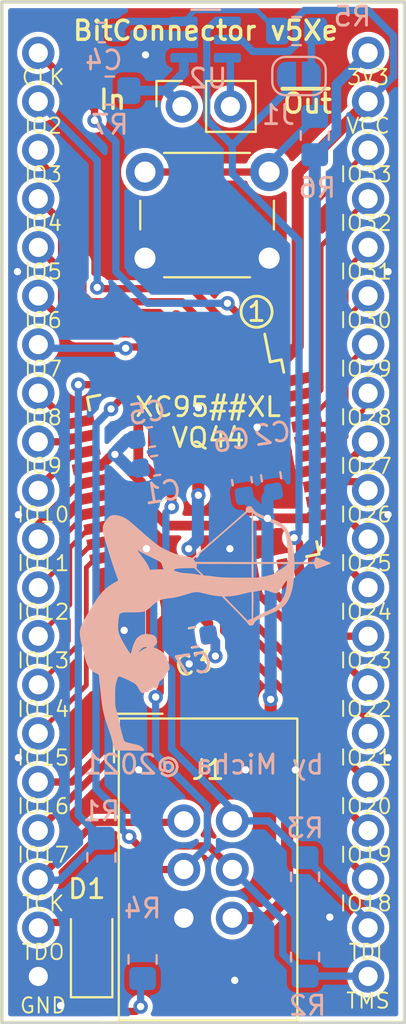
<source format=kicad_pcb>
(kicad_pcb (version 20171130) (host pcbnew 5.1.9)
  (title_block (title "XC95xx VQFP44 to DIP 40") (date 2021-02-04) (rev v04X) (comment 2 creativecommons.org/licenses/by-sa/4.0/) (comment 3 "License: CC BY-SA 5.0") (comment 4 "Author: Michael Krause"))
  (layers (0 F.Cu signal hide) (31 B.Cu signal hide) (34 B.Paste user) (35 F.Paste user) (36 B.SilkS user) (37 F.SilkS user) (38 B.Mask user) (39 F.Mask user) (44 Edge.Cuts user))
  (net 0 "")
  (net 1 +3V3)
  (net 2 GND)
  (net 3 /GP_IO_2)
  (net 4 /GP_IO_3)
  (net 5 /GP_IO_4)
  (net 6 /GP_IO_6)
  (net 7 /GP_IO_7)
  (net 8 /GP_IO_8)
  (net 9 /GP_IO_11)
  (net 10 /GP_IO_12)
  (net 11 /GP_IO_13)
  (net 12 /GP_IO_14)
  (net 13 /GP_IO_15)
  (net 14 /GP_IO_16)
  (net 15 /GP_IO_17)
  (net 16 /GP_IO_33)
  (net 17 /GP_IO_32)
  (net 18 /GP_IO_31)
  (net 19 /GP_IO_30)
  (net 20 /GP_IO_29)
  (net 21 /GP_IO_28)
  (net 22 /GP_IO_27)
  (net 23 /GP_IO_26)
  (net 24 /GP_IO_25)
  (net 25 /GP_IO_24)
  (net 26 /GP_IO_23)
  (net 27 /GP_IO_22)
  (net 28 /GP_IO_21)
  (net 29 /GP_IO_20)
  (net 30 /GP_IO_19)
  (net 31 /JTAG_TCK)
  (net 32 /JTAG_TDI)
  (net 33 /JTAG_TDO)
  (net 34 /JTAG_TMS)
  (net 35 VCC)
  (net 36 /GP_IO_5)
  (net 37 /GP_IO_9)
  (net 38 /GP_IO_18)
  (net 39 /CLK_GP_IO_1)
  (net 40 /GP_IO_10)
  (net 41 "Net-(D1-Pad1)")
  (net 42 "Net-(C4-Pad1)")
  (net 43 "Net-(J2-Pad1)")
  (net 44 "Net-(J2-Pad2)")
  (net 45 "Net-(JP1-Pad1)")
  (net 46 "Net-(JP1-Pad2)")
  (module logo:logo3 (layer B.Cu) (at 169.926 104.4956 180)
    (fp_text reference G*** hide)
    (fp_text value LOGO hide)
  )
  (module Package_QFP:LQFP-44_10x10mm_P0.8mm (layer F.Cu) (at 169.799 96.52 281)
    (fp_text reference U1 hide)
    (fp_text value XC95##XL-VQ44 hide)
    (pad 44 smd rect (at -4 -5.85 11) (size 1.6 0.56) (layers F.Cu F.Paste F.Mask) (net 16 /GP_IO_33))
    (pad 43 smd rect (at -3.2 -5.85 11) (size 1.6 0.56) (layers F.Cu F.Paste F.Mask) (net 17 /GP_IO_32))
    (pad 42 smd rect (at -2.4 -5.85 11) (size 1.6 0.56) (layers F.Cu F.Paste F.Mask) (net 18 /GP_IO_31))
    (pad 41 smd rect (at -1.6 -5.85 11) (size 1.6 0.56) (layers F.Cu F.Paste F.Mask) (net 19 /GP_IO_30))
    (pad 40 smd rect (at -0.8 -5.85 11) (size 1.6 0.56) (layers F.Cu F.Paste F.Mask) (net 20 /GP_IO_29))
    (pad 39 smd rect (at 0 -5.85 11) (size 1.6 0.56) (layers F.Cu F.Paste F.Mask) (net 21 /GP_IO_28))
    (pad 38 smd rect (at 0.8 -5.85 11) (size 1.6 0.56) (layers F.Cu F.Paste F.Mask) (net 22 /GP_IO_27))
    (pad 37 smd rect (at 1.6 -5.85 11) (size 1.6 0.56) (layers F.Cu F.Paste F.Mask) (net 23 /GP_IO_26))
    (pad 36 smd rect (at 2.4 -5.85 11) (size 1.6 0.56) (layers F.Cu F.Paste F.Mask) (net 24 /GP_IO_25))
    (pad 35 smd rect (at 3.2 -5.85 11) (size 1.6 0.56) (layers F.Cu F.Paste F.Mask) (net 1 +3V3))
    (pad 34 smd rect (at 4 -5.85 11) (size 1.6 0.56) (layers F.Cu F.Paste F.Mask) (net 25 /GP_IO_24))
    (pad 33 smd rect (at 5.85 -4 281) (size 1.6 0.56) (layers F.Cu F.Paste F.Mask) (net 45 "Net-(JP1-Pad1)"))
    (pad 32 smd rect (at 5.85 -3.2 281) (size 1.6 0.56) (layers F.Cu F.Paste F.Mask) (net 26 /GP_IO_23))
    (pad 31 smd rect (at 5.85 -2.4 281) (size 1.6 0.56) (layers F.Cu F.Paste F.Mask) (net 27 /GP_IO_22))
    (pad 30 smd rect (at 5.85 -1.6 281) (size 1.6 0.56) (layers F.Cu F.Paste F.Mask) (net 28 /GP_IO_21))
    (pad 29 smd rect (at 5.85 -0.8 281) (size 1.6 0.56) (layers F.Cu F.Paste F.Mask) (net 29 /GP_IO_20))
    (pad 28 smd rect (at 5.85 0 281) (size 1.6 0.56) (layers F.Cu F.Paste F.Mask) (net 30 /GP_IO_19))
    (pad 27 smd rect (at 5.85 0.8 281) (size 1.6 0.56) (layers F.Cu F.Paste F.Mask) (net 38 /GP_IO_18))
    (pad 26 smd rect (at 5.85 1.6 281) (size 1.6 0.56) (layers F.Cu F.Paste F.Mask) (net 35 VCC))
    (pad 25 smd rect (at 5.85 2.4 281) (size 1.6 0.56) (layers F.Cu F.Paste F.Mask) (net 2 GND))
    (pad 24 smd rect (at 5.85 3.2 281) (size 1.6 0.56) (layers F.Cu F.Paste F.Mask) (net 33 /JTAG_TDO))
    (pad 23 smd rect (at 5.85 4 281) (size 1.6 0.56) (layers F.Cu F.Paste F.Mask) (net 15 /GP_IO_17))
    (pad 22 smd rect (at 4 5.85 11) (size 1.6 0.56) (layers F.Cu F.Paste F.Mask) (net 14 /GP_IO_16))
    (pad 21 smd rect (at 3.2 5.85 11) (size 1.6 0.56) (layers F.Cu F.Paste F.Mask) (net 13 /GP_IO_15))
    (pad 20 smd rect (at 2.4 5.85 11) (size 1.6 0.56) (layers F.Cu F.Paste F.Mask) (net 12 /GP_IO_14))
    (pad 19 smd rect (at 1.6 5.85 11) (size 1.6 0.56) (layers F.Cu F.Paste F.Mask) (net 11 /GP_IO_13))
    (pad 18 smd rect (at 0.8 5.85 11) (size 1.6 0.56) (layers F.Cu F.Paste F.Mask) (net 10 /GP_IO_12))
    (pad 17 smd rect (at 0 5.85 11) (size 1.6 0.56) (layers F.Cu F.Paste F.Mask) (net 2 GND))
    (pad 16 smd rect (at -0.8 5.85 11) (size 1.6 0.56) (layers F.Cu F.Paste F.Mask) (net 9 /GP_IO_11))
    (pad 15 smd rect (at -1.6 5.85 11) (size 1.6 0.56) (layers F.Cu F.Paste F.Mask) (net 1 +3V3))
    (pad 14 smd rect (at -2.4 5.85 11) (size 1.6 0.56) (layers F.Cu F.Paste F.Mask) (net 40 /GP_IO_10))
    (pad 13 smd rect (at -3.2 5.85 11) (size 1.6 0.56) (layers F.Cu F.Paste F.Mask) (net 37 /GP_IO_9))
    (pad 12 smd rect (at -4 5.85 11) (size 1.6 0.56) (layers F.Cu F.Paste F.Mask) (net 8 /GP_IO_8))
    (pad 11 smd rect (at -5.85 4 281) (size 1.6 0.56) (layers F.Cu F.Paste F.Mask) (net 31 /JTAG_TCK))
    (pad 10 smd rect (at -5.85 3.2 281) (size 1.6 0.56) (layers F.Cu F.Paste F.Mask) (net 34 /JTAG_TMS))
    (pad 9 smd rect (at -5.85 2.4 281) (size 1.6 0.56) (layers F.Cu F.Paste F.Mask) (net 32 /JTAG_TDI))
    (pad 8 smd rect (at -5.85 1.6 281) (size 1.6 0.56) (layers F.Cu F.Paste F.Mask) (net 7 /GP_IO_7))
    (pad 7 smd rect (at -5.85 0.8 281) (size 1.6 0.56) (layers F.Cu F.Paste F.Mask) (net 6 /GP_IO_6))
    (pad 6 smd rect (at -5.85 0 281) (size 1.6 0.56) (layers F.Cu F.Paste F.Mask) (net 36 /GP_IO_5))
    (pad 5 smd rect (at -5.85 -0.8 281) (size 1.6 0.56) (layers F.Cu F.Paste F.Mask) (net 5 /GP_IO_4))
    (pad 4 smd rect (at -5.85 -1.6 281) (size 1.6 0.56) (layers F.Cu F.Paste F.Mask) (net 2 GND))
    (pad 3 smd rect (at -5.85 -2.4 281) (size 1.6 0.56) (layers F.Cu F.Paste F.Mask) (net 4 /GP_IO_3))
    (pad 2 smd rect (at -5.85 -3.2 281) (size 1.6 0.56) (layers F.Cu F.Paste F.Mask) (net 3 /GP_IO_2))
    (pad 1 smd rect (at -5.85 -4 281) (size 1.6 0.56) (layers F.Cu F.Paste F.Mask) (net 39 /CLK_GP_IO_1))
  )
  (module Package_SO:SC-74-6_1.5x2.9mm_P0.95mm (layer B.Cu) (at 169.926 73.7235)
    (fp_text reference U2 (at 0.127 2.032) (layer B.SilkS) (effects (justify mirror)))
    (fp_text value 74LVC2G14)
    (pad 1 smd roundrect (at -1.1375 0.95) (size 1.425 0.5) (layers B.Cu B.Paste B.Mask) (net 43 "Net-(J2-Pad1)"))
    (pad 2 smd roundrect (at -1.1375 0) (size 1.425 0.5) (layers B.Cu B.Paste B.Mask) (net 2 GND))
    (pad 3 smd roundrect (at -1.1375 -0.95) (size 1.425 0.5) (layers B.Cu B.Paste B.Mask) (net 42 "Net-(C4-Pad1)"))
    (pad 4 smd roundrect (at 1.1375 -0.95) (size 1.425 0.5) (layers B.Cu B.Paste B.Mask) (net 45 "Net-(JP1-Pad1)"))
    (pad 5 smd roundrect (at 1.1375 0) (size 1.425 0.5) (layers B.Cu B.Paste B.Mask) (net 35 VCC))
    (pad 6 smd roundrect (at 1.1375 0.95) (size 1.425 0.5) (layers B.Cu B.Paste B.Mask) (net 44 "Net-(J2-Pad2)"))
  )
  (module Button_Switch_THT:SW_PUSH_6mm (layer F.Cu) (at 166.751 80.645)
    (fp_text reference SW1 hide)
    (fp_text value reset)
    (pad 2 thru_hole roundrect (at 0 4.5 90) (size 2 2) (drill 1.1) (layers *.Cu *.Mask) (net 2 GND))
    (pad 1 thru_hole circle (at 0 0 90) (size 2 2) (drill 1.1) (layers *.Cu *.Mask) (net 46 "Net-(JP1-Pad2)"))
    (pad 2 thru_hole roundrect (at 6.5 4.5 90) (size 2 2) (drill 1.1) (layers *.Cu *.Mask) (net 2 GND))
    (pad 1 thru_hole circle (at 6.5 0 90) (size 2 2) (drill 1.1) (layers *.Cu *.Mask) (net 46 "Net-(JP1-Pad2)"))
  )
  (module Capacitor_SMD:C_0603_1608Metric (layer B.Cu) (at 171.831 96.7994 99)
    (fp_text reference C6 (at 2.194747 -0.218152 9) (layer B.SilkS) (effects (justify mirror)))
    (fp_text value 10nF)
    (pad 1 smd roundrect (at -0.775 0 99) (size 0.9 0.95) (layers B.Cu B.Paste B.Mask) (net 1 +3V3))
    (pad 2 smd roundrect (at 0.775 0 99) (size 0.9 0.95) (layers B.Cu B.Paste B.Mask) (net 2 GND))
  )
  (module Connector_PinHeader_2.54mm:PinHeader_1x20_P2.54mm_Vertical (layer B.Cu) (at 178.435 74.422 180)
    (fp_text reference DIP_20_r1 hide)
    (fp_text value Conn_01x20)
    (pad 20 thru_hole oval (at 0 -48.26 180) (size 1.7 1.7) (drill 1) (layers *.Cu *.Mask) (net 34 /JTAG_TMS))
    (pad 19 thru_hole oval (at 0 -45.72 180) (size 1.7 1.7) (drill 1) (layers *.Cu *.Mask) (net 32 /JTAG_TDI))
    (pad 18 thru_hole oval (at 0 -43.18 180) (size 1.7 1.7) (drill 1) (layers *.Cu *.Mask) (net 38 /GP_IO_18))
    (pad 17 thru_hole oval (at 0 -40.64 180) (size 1.7 1.7) (drill 1) (layers *.Cu *.Mask) (net 30 /GP_IO_19))
    (pad 16 thru_hole oval (at 0 -38.1 180) (size 1.7 1.7) (drill 1) (layers *.Cu *.Mask) (net 29 /GP_IO_20))
    (pad 15 thru_hole oval (at 0 -35.56 180) (size 1.7 1.7) (drill 1) (layers *.Cu *.Mask) (net 28 /GP_IO_21))
    (pad 14 thru_hole oval (at 0 -33.02 180) (size 1.7 1.7) (drill 1) (layers *.Cu *.Mask) (net 27 /GP_IO_22))
    (pad 13 thru_hole oval (at 0 -30.48 180) (size 1.7 1.7) (drill 1) (layers *.Cu *.Mask) (net 26 /GP_IO_23))
    (pad 12 thru_hole oval (at 0 -27.94 180) (size 1.7 1.7) (drill 1) (layers *.Cu *.Mask) (net 25 /GP_IO_24))
    (pad 11 thru_hole oval (at 0 -25.4 180) (size 1.7 1.7) (drill 1) (layers *.Cu *.Mask) (net 24 /GP_IO_25))
    (pad 10 thru_hole oval (at 0 -22.86 180) (size 1.7 1.7) (drill 1) (layers *.Cu *.Mask) (net 23 /GP_IO_26))
    (pad 9 thru_hole oval (at 0 -20.32 180) (size 1.7 1.7) (drill 1) (layers *.Cu *.Mask) (net 22 /GP_IO_27))
    (pad 8 thru_hole oval (at 0 -17.78 180) (size 1.7 1.7) (drill 1) (layers *.Cu *.Mask) (net 21 /GP_IO_28))
    (pad 7 thru_hole oval (at 0 -15.24 180) (size 1.7 1.7) (drill 1) (layers *.Cu *.Mask) (net 20 /GP_IO_29))
    (pad 6 thru_hole oval (at 0 -12.7 180) (size 1.7 1.7) (drill 1) (layers *.Cu *.Mask) (net 19 /GP_IO_30))
    (pad 5 thru_hole oval (at 0 -10.16 180) (size 1.7 1.7) (drill 1) (layers *.Cu *.Mask) (net 18 /GP_IO_31))
    (pad 4 thru_hole oval (at 0 -7.62 180) (size 1.7 1.7) (drill 1) (layers *.Cu *.Mask) (net 17 /GP_IO_32))
    (pad 3 thru_hole oval (at 0 -5.08 180) (size 1.7 1.7) (drill 1) (layers *.Cu *.Mask) (net 16 /GP_IO_33))
    (pad 2 thru_hole oval (at 0 -2.54 180) (size 1.7 1.7) (drill 1) (layers *.Cu *.Mask) (net 35 VCC))
    (pad 1 thru_hole circle (at 0 0 180) (size 1.7 1.7) (drill 1) (layers *.Cu *.Mask) (net 1 +3V3))
  )
  (module Connector_PinHeader_2.54mm:PinHeader_1x20_P2.54mm_Vertical (layer B.Cu) (at 161.163 74.422 180)
    (fp_text reference DIP_20_l1 hide)
    (fp_text value Conn_01x20)
    (pad 1 thru_hole circle (at 0 0 180) (size 1.7 1.7) (drill 1) (layers *.Cu *.Mask) (net 39 /CLK_GP_IO_1))
    (pad 2 thru_hole oval (at 0 -2.54 180) (size 1.7 1.7) (drill 1) (layers *.Cu *.Mask) (net 3 /GP_IO_2))
    (pad 3 thru_hole oval (at 0 -5.08 180) (size 1.7 1.7) (drill 1) (layers *.Cu *.Mask) (net 4 /GP_IO_3))
    (pad 4 thru_hole oval (at 0 -7.62 180) (size 1.7 1.7) (drill 1) (layers *.Cu *.Mask) (net 5 /GP_IO_4))
    (pad 5 thru_hole oval (at 0 -10.16 180) (size 1.7 1.7) (drill 1) (layers *.Cu *.Mask) (net 36 /GP_IO_5))
    (pad 6 thru_hole oval (at 0 -12.7 180) (size 1.7 1.7) (drill 1) (layers *.Cu *.Mask) (net 6 /GP_IO_6))
    (pad 7 thru_hole oval (at 0 -15.24 180) (size 1.7 1.7) (drill 1) (layers *.Cu *.Mask) (net 7 /GP_IO_7))
    (pad 8 thru_hole oval (at 0 -17.78 180) (size 1.7 1.7) (drill 1) (layers *.Cu *.Mask) (net 8 /GP_IO_8))
    (pad 9 thru_hole oval (at 0 -20.32 180) (size 1.7 1.7) (drill 1) (layers *.Cu *.Mask) (net 37 /GP_IO_9))
    (pad 10 thru_hole oval (at 0 -22.86 180) (size 1.7 1.7) (drill 1) (layers *.Cu *.Mask) (net 40 /GP_IO_10))
    (pad 11 thru_hole oval (at 0 -25.4 180) (size 1.7 1.7) (drill 1) (layers *.Cu *.Mask) (net 9 /GP_IO_11))
    (pad 12 thru_hole oval (at 0 -27.94 180) (size 1.7 1.7) (drill 1) (layers *.Cu *.Mask) (net 10 /GP_IO_12))
    (pad 13 thru_hole oval (at 0 -30.48 180) (size 1.7 1.7) (drill 1) (layers *.Cu *.Mask) (net 11 /GP_IO_13))
    (pad 14 thru_hole oval (at 0 -33.02 180) (size 1.7 1.7) (drill 1) (layers *.Cu *.Mask) (net 12 /GP_IO_14))
    (pad 15 thru_hole oval (at 0 -35.56 180) (size 1.7 1.7) (drill 1) (layers *.Cu *.Mask) (net 13 /GP_IO_15))
    (pad 16 thru_hole oval (at 0 -38.1 180) (size 1.7 1.7) (drill 1) (layers *.Cu *.Mask) (net 14 /GP_IO_16))
    (pad 17 thru_hole oval (at 0 -40.64 180) (size 1.7 1.7) (drill 1) (layers *.Cu *.Mask) (net 15 /GP_IO_17))
    (pad 18 thru_hole oval (at 0 -43.18 180) (size 1.7 1.7) (drill 1) (layers *.Cu *.Mask) (net 31 /JTAG_TCK))
    (pad 19 thru_hole oval (at 0 -45.72 180) (size 1.7 1.7) (drill 1) (layers *.Cu *.Mask) (net 33 /JTAG_TDO))
    (pad 20 thru_hole roundrect (at 0 -48.26 180) (size 1.7 1.7) (drill 1) (layers *.Cu *.Mask) (net 2 GND))
  )
  (module Capacitor_SMD:C_0603_1608Metric (layer B.Cu) (at 167.3098 95.9866 9)
    (fp_text reference C1 (at 0.136656 1.410341 -171) (layer B.SilkS) (effects (justify mirror)))
    (fp_text value 100nF)
    (pad 1 smd roundrect (at -0.7875 0 9) (size 0.875 0.95) (layers B.Cu B.Paste B.Mask) (net 1 +3V3))
    (pad 2 smd roundrect (at 0.7875 0 9) (size 0.875 0.95) (layers B.Cu B.Paste B.Mask) (net 2 GND))
  )
  (module Capacitor_SMD:C_0603_1608Metric (layer B.Cu) (at 173.355 96.5708 279)
    (fp_text reference C2 (at -2.224821 -0.40381 189) (layer B.SilkS) (effects (justify mirror)))
    (fp_text value 100nF)
    (pad 2 smd roundrect (at 0.7875 0 279) (size 0.875 0.95) (layers B.Cu B.Paste B.Mask) (net 1 +3V3))
    (pad 1 smd roundrect (at -0.7875 0 279) (size 0.875 0.95) (layers B.Cu B.Paste B.Mask) (net 2 GND))
  )
  (module Capacitor_SMD:C_0603_1608Metric (layer F.Cu) (at 169.291 104.9655 9)
    (fp_text reference C3 (at -0.220526 1.392344 9) (layer F.SilkS))
    (fp_text value 100nF)
    (pad 1 smd roundrect (at -0.7875 0 9) (size 0.875 0.95) (layers F.Cu F.Paste F.Mask) (net 2 GND))
    (pad 2 smd roundrect (at 0.7875 0 9) (size 0.875 0.95) (layers F.Cu F.Paste F.Mask) (net 35 VCC))
  )
  (module LED_SMD:LED_1206_3216Metric_Castellated (layer F.Cu) (at 163.957 121.285 90)
    (fp_text reference D1 (at 3.175 -0.254 180) (layer F.SilkS))
    (fp_text value LED_blue)
    (pad 1 smd roundrect (at -1.425 0 90) (size 1.6 1.65) (layers F.Cu F.Paste F.Mask) (roundrect_rratio 0.15625) (net 41 "Net-(D1-Pad1)"))
    (pad 2 smd roundrect (at 1.425 0 90) (size 1.6 1.65) (layers F.Cu F.Paste F.Mask) (roundrect_rratio 0.15625) (net 33 /JTAG_TDO))
  )
  (module Connector_IDC:IDC-Header_2x03_P2.54mm_Vertical (layer F.Cu) (at 168.783 114.554)
    (fp_text reference J1 (at 1.27 -2.667) (layer F.SilkS))
    (fp_text value JTAG)
    (pad 1 thru_hole circle (at 0 0) (size 1.7272 1.7272) (drill 1.016) (layers *.Cu *.Mask) (net 31 /JTAG_TCK))
    (pad 2 thru_hole oval (at 2.54 0) (size 1.7272 1.7272) (drill 1.016) (layers *.Cu *.Mask) (net 32 /JTAG_TDI))
    (pad 3 thru_hole oval (at 0 2.54) (size 1.7272 1.7272) (drill 1.016) (layers *.Cu *.Mask) (net 33 /JTAG_TDO))
    (pad 4 thru_hole oval (at 2.54 2.54) (size 1.7272 1.7272) (drill 1.016) (layers *.Cu *.Mask) (net 34 /JTAG_TMS))
    (pad 5 thru_hole roundrect (at 0 5.08) (size 1.7272 1.7272) (drill 1.016) (layers *.Cu *.Mask) (net 2 GND))
    (pad 6 thru_hole oval (at 2.54 5.08) (size 1.7272 1.7272) (drill 1.016) (layers *.Cu *.Mask) (net 1 +3V3))
  )
  (module Capacitor_SMD:C_0603_1608Metric (layer B.Cu) (at 164.4904 73.3552 180)
    (fp_text reference C4 (at -0.1016 -1.4478) (layer B.SilkS) (effects (justify mirror)))
    (fp_text value 100nF)
    (pad 1 smd roundrect (at -0.7875 0 180) (size 0.875 0.95) (layers B.Cu B.Paste B.Mask) (net 42 "Net-(C4-Pad1)"))
    (pad 2 smd roundrect (at 0.7875 0 180) (size 0.875 0.95) (layers B.Cu B.Paste B.Mask) (net 2 GND))
  )
  (module Connector_PinSocket_2.54mm:PinSocket_1x02_P2.54mm_Vertical (layer F.Cu) (at 168.6814 77.216 90)
    (fp_text reference J2 hide)
    (fp_text value Conn_01x02)
    (pad 1 thru_hole circle (at 0 0 90) (size 1.7 1.7) (drill 1) (layers *.Cu *.Mask) (net 43 "Net-(J2-Pad1)"))
    (pad 2 thru_hole oval (at 0 2.54 90) (size 1.7 1.7) (drill 1) (layers *.Cu *.Mask) (net 44 "Net-(J2-Pad2)"))
  )
  (module Jumper:SolderJumper-2_P1.3mm_Open_RoundedPad1.0x1.5mm (layer B.Cu) (at 174.8155 75.6285)
    (fp_text reference J1 (at -1.0795 2.032 180) (layer B.SilkS) (effects (justify mirror)))
    (fp_text value disable_schmitt_trigger_action hide)
    (pad 1 smd custom (at -0.65 0) (size 1 0.5) (layers B.Cu B.Mask) (net 45 "Net-(JP1-Pad1)") (options (clearance outline) (anchor rect)) (primitives (gr_circle (center 0 -0.25) (end 0.5 -0.25) (width 0)) (gr_circle (center 0 0.25) (end 0.5 0.25) (width 0)) (gr_poly (pts (xy 0 0.75) (xy 0.5 0.75) (xy 0.5 -0.75) (xy 0 -0.75)) (width 0))))
    (pad 2 smd custom (at 0.65 0) (size 1 0.5) (layers B.Cu B.Mask) (net 46 "Net-(JP1-Pad2)") (options (clearance outline) (anchor rect)) (primitives (gr_circle (center 0 -0.25) (end 0.5 -0.25) (width 0)) (gr_circle (center 0 0.25) (end 0.5 0.25) (width 0)) (gr_poly (pts (xy 0 0.75) (xy -0.5 0.75) (xy -0.5 -0.75) (xy 0 -0.75)) (width 0))))
  )
  (module Resistor_SMD:R_0805_2012Metric_Pad1.20x1.40mm_HandSolder (layer B.Cu) (at 164.465 116.459 270)
    (fp_text reference R1 (at -2.413 0 180) (layer B.SilkS) (effects (justify mirror)))
    (fp_text value 10K)
    (pad 1 smd roundrect (at -1 0 270) (size 1.2 1.4) (layers B.Cu B.Paste B.Mask) (roundrect_rratio 0.2083325) (net 31 /JTAG_TCK))
    (pad 2 smd roundrect (at 1 0 270) (size 1.2 1.4) (layers B.Cu B.Paste B.Mask) (roundrect_rratio 0.2083325) (net 2 GND))
  )
  (module Resistor_SMD:R_0805_2012Metric_Pad1.20x1.40mm_HandSolder (layer B.Cu) (at 175.133 121.666 270)
    (fp_text reference R2 (at 2.54 -0.127 180) (layer B.SilkS) (effects (justify mirror)))
    (fp_text value 10K)
    (pad 2 smd roundrect (at 1 0 270) (size 1.2 1.4) (layers B.Cu B.Paste B.Mask) (roundrect_rratio 0.2083325) (net 34 /JTAG_TMS))
    (pad 1 smd roundrect (at -1 0 270) (size 1.2 1.4) (layers B.Cu B.Paste B.Mask) (roundrect_rratio 0.2083325) (net 2 GND))
  )
  (module Resistor_SMD:R_0805_2012Metric_Pad1.20x1.40mm_HandSolder (layer B.Cu) (at 175.133 117.475 90)
    (fp_text reference R3 (at 2.54 0 180) (layer B.SilkS) (effects (justify mirror)))
    (fp_text value 10K)
    (pad 2 smd roundrect (at 1 0 90) (size 1.2 1.4) (layers B.Cu B.Paste B.Mask) (roundrect_rratio 0.2083325) (net 32 /JTAG_TDI))
    (pad 1 smd roundrect (at -1 0 90) (size 1.2 1.4) (layers B.Cu B.Paste B.Mask) (roundrect_rratio 0.2083325) (net 2 GND))
  )
  (module Resistor_SMD:R_0805_2012Metric_Pad1.20x1.40mm_HandSolder (layer B.Cu) (at 166.624 121.793 270)
    (fp_text reference R4 (at -2.667 0 180) (layer B.SilkS) (effects (justify mirror)))
    (fp_text value 120)
    (pad 1 smd roundrect (at -1 0 270) (size 1.2 1.4) (layers B.Cu B.Paste B.Mask) (roundrect_rratio 0.2083325) (net 2 GND))
    (pad 2 smd roundrect (at 1 0 270) (size 1.2 1.4) (layers B.Cu B.Paste B.Mask) (roundrect_rratio 0.2083325) (net 41 "Net-(D1-Pad1)"))
  )
  (module Resistor_SMD:R_0805_2012Metric_Pad1.20x1.40mm_HandSolder (layer B.Cu) (at 174.6885 73.279 180)
    (fp_text reference R5 (at -2.921 0.762) (layer B.SilkS) (effects (justify mirror)))
    (fp_text value 100K)
    (pad 1 smd roundrect (at -1 0 180) (size 1.2 1.4) (layers B.Cu B.Paste B.Mask) (roundrect_rratio 0.2083325) (net 46 "Net-(JP1-Pad2)"))
    (pad 2 smd roundrect (at 1 0 180) (size 1.2 1.4) (layers B.Cu B.Paste B.Mask) (roundrect_rratio 0.2083325) (net 42 "Net-(C4-Pad1)"))
  )
  (module Resistor_SMD:R_0805_2012Metric_Pad1.20x1.40mm_HandSolder (layer B.Cu) (at 175.641 78.74 90)
    (fp_text reference R6 (at -2.7305 0.127 180) (layer B.SilkS) (effects (justify mirror)))
    (fp_text value 10K)
    (pad 2 smd roundrect (at 1 0 90) (size 1.2 1.4) (layers B.Cu B.Paste B.Mask) (roundrect_rratio 0.2083325) (net 46 "Net-(JP1-Pad2)"))
    (pad 1 smd roundrect (at -1 0 90) (size 1.2 1.4) (layers B.Cu B.Paste B.Mask) (roundrect_rratio 0.2083325) (net 1 +3V3))
  )
  (module Resistor_SMD:R_0805_2012Metric_Pad1.20x1.40mm_HandSolder (layer B.Cu) (at 164.9095 76.3905 180)
    (fp_text reference R7 (at 0 -1.778) (layer B.SilkS) (effects (justify mirror)))
    (fp_text value 10K)
    (pad 1 smd roundrect (at -1 0 180) (size 1.2 1.4) (layers B.Cu B.Paste B.Mask) (roundrect_rratio 0.2083325) (net 43 "Net-(J2-Pad1)"))
    (pad 2 smd roundrect (at 1 0 180) (size 1.2 1.4) (layers B.Cu B.Paste B.Mask) (roundrect_rratio 0.2083325) (net 2 GND))
  )
  (module Capacitor_SMD:C_0603_1608Metric (layer B.Cu) (at 167.059258 94.493763 9)
    (fp_text reference C5 (at -0.00454 -1.292385 9) (layer B.SilkS) (effects (justify mirror)))
    (fp_text value 10nF)
    (pad 1 smd roundrect (at -0.775 0 9) (size 0.9 0.95) (layers B.Cu B.Paste B.Mask) (net 1 +3V3))
    (pad 2 smd roundrect (at 0.775 0 9) (size 0.9 0.95) (layers B.Cu B.Paste B.Mask) (net 2 GND))
  )
  (module Capacitor_SMD:C_0603_1608Metric (layer B.Cu) (at 169.312942 104.947037 9)
    (fp_text reference C7 (at -0.245086 1.407147 189) (layer B.SilkS) (effects (justify mirror)))
    (fp_text value 10nF)
    (pad 2 smd roundrect (at 0.775 0 9) (size 0.9 0.95) (layers B.Cu B.Paste B.Mask) (net 35 VCC))
    (pad 1 smd roundrect (at -0.775 0 9) (size 0.9 0.95) (layers B.Cu B.Paste B.Mask) (net 2 GND))
  )
  (gr_text _ (at 175.1584 75.4634) (layer F.SilkS) (effects (font (size 1.5 3.2) (thickness 0.2))))
  (gr_text Out (at 175.26 77.0636) (layer F.SilkS) (effects (font (size 1 1) (thickness 0.18))))
  (gr_text In (at 165.0492 76.8604) (layer F.SilkS) (effects (font (size 1 1) (thickness 0.18))))
  (gr_text "by Micha @2021" (at 169.8244 111.6076) (layer B.SilkS) (effects (font (size 1 1)) (justify mirror)))
  (gr_circle (center 172.593 87.9475) (end 173.101 88.5825) (layer F.SilkS) (width 0.15))
  (gr_text 1 (at 172.593 87.9475) (layer F.SilkS) (effects (font (size 1 1))))
  (gr_text IO10 (at 161.417 98.552) (layer F.SilkS) (effects (font (size 0.8 0.8) (thickness 0.1))))
  (gr_text "XC95##XL\nVQ44\n" (at 170.053 93.726) (layer F.SilkS) (effects (font (size 1 1))))
  (gr_text "BitConnector v5Xe" (at 169.926 73.2536) (layer F.SilkS) (effects (font (size 1 1) (thickness 0.18))))
  (gr_line (start 180.34 125.095) (end 159.258 125.095) (layer Edge.Cuts) (width 0.15))
  (gr_line (start 180.34 71.755) (end 180.34 125.095) (layer Edge.Cuts) (width 0.15))
  (gr_line (start 159.258 71.755) (end 180.34 71.755) (layer Edge.Cuts) (width 0.15))
  (gr_line (start 159.258 125.095) (end 159.258 71.755) (layer Edge.Cuts) (width 0.15))
  (gr_text IO33 (at 178.308 80.772) (layer F.SilkS) (effects (font (size 0.8 0.8) (thickness 0.1))))
  (gr_text IO32 (at 178.308 83.312) (layer F.SilkS) (effects (font (size 0.8 0.8) (thickness 0.1))))
  (gr_text IO31 (at 178.308 85.852) (layer F.SilkS) (effects (font (size 0.8 0.8) (thickness 0.1))))
  (gr_text IO30 (at 178.308 88.392) (layer F.SilkS) (effects (font (size 0.8 0.8) (thickness 0.1))))
  (gr_text IO29 (at 178.308 90.932) (layer F.SilkS) (effects (font (size 0.8 0.8) (thickness 0.1))))
  (gr_text IO28 (at 178.308 93.472) (layer F.SilkS) (effects (font (size 0.8 0.8) (thickness 0.1))))
  (gr_text IO27 (at 178.308 96.012) (layer F.SilkS) (effects (font (size 0.8 0.8) (thickness 0.1))))
  (gr_text IO26 (at 178.308 98.552) (layer F.SilkS) (effects (font (size 0.8 0.8) (thickness 0.1))))
  (gr_text IO25 (at 178.308 101.092) (layer F.SilkS) (effects (font (size 0.8 0.8) (thickness 0.1))))
  (gr_text IO24 (at 178.308 103.632) (layer F.SilkS) (effects (font (size 0.8 0.8) (thickness 0.1))))
  (gr_text IO23 (at 178.308 106.172) (layer F.SilkS) (effects (font (size 0.8 0.8) (thickness 0.1))))
  (gr_text IO22 (at 178.308 108.712) (layer F.SilkS) (effects (font (size 0.8 0.8) (thickness 0.1))))
  (gr_text IO21 (at 178.308 111.252) (layer F.SilkS) (effects (font (size 0.8 0.8) (thickness 0.1))))
  (gr_text IO20 (at 178.308 113.792) (layer F.SilkS) (effects (font (size 0.8 0.8) (thickness 0.1))))
  (gr_text IO19 (at 178.308 116.332) (layer F.SilkS) (effects (font (size 0.8 0.8) (thickness 0.1))))
  (gr_text IO18 (at 178.308 118.872) (layer F.SilkS) (effects (font (size 0.8 0.8) (thickness 0.1))))
  (gr_text TDI (at 178.308 121.412) (layer F.SilkS) (effects (font (size 0.8 0.8) (thickness 0.1))))
  (gr_text TMS (at 178.435 123.952) (layer F.SilkS) (effects (font (size 0.8 0.8) (thickness 0.1))))
  (gr_text VCC (at 178.435 78.232) (layer F.SilkS) (effects (font (size 0.8 0.8) (thickness 0.1))))
  (gr_text 3V3 (at 178.435 75.692) (layer F.SilkS) (effects (font (size 0.8 0.8) (thickness 0.1))))
  (gr_text GND (at 161.417 124.206) (layer F.SilkS) (effects (font (size 0.8 0.8) (thickness 0.1))))
  (gr_text TDO (at 161.417 121.412) (layer F.SilkS) (effects (font (size 0.8 0.8) (thickness 0.1))))
  (gr_text TCK (at 161.417 118.872) (layer F.SilkS) (effects (font (size 0.8 0.8) (thickness 0.1))))
  (gr_text IO17 (at 161.417 116.332) (layer F.SilkS) (effects (font (size 0.8 0.8) (thickness 0.1))))
  (gr_text IO16 (at 161.417 113.792) (layer F.SilkS) (effects (font (size 0.8 0.8) (thickness 0.1))))
  (gr_text IO15 (at 161.417 111.252) (layer F.SilkS) (effects (font (size 0.8 0.8) (thickness 0.1))))
  (gr_text IO14 (at 161.417 108.712) (layer F.SilkS) (effects (font (size 0.8 0.8) (thickness 0.1))))
  (gr_text IO13 (at 161.417 106.172) (layer F.SilkS) (effects (font (size 0.8 0.8) (thickness 0.1))))
  (gr_text IO12 (at 161.417 103.632) (layer F.SilkS) (effects (font (size 0.8 0.8) (thickness 0.1))))
  (gr_text IO11 (at 161.417 101.092) (layer F.SilkS) (effects (font (size 0.8 0.8) (thickness 0.1))))
  (gr_text IO9 (at 161.417 96.012) (layer F.SilkS) (effects (font (size 0.8 0.8) (thickness 0.1))))
  (gr_text IO8 (at 161.417 93.472) (layer F.SilkS) (effects (font (size 0.8 0.8) (thickness 0.1))))
  (gr_text IO7 (at 161.417 90.932) (layer F.SilkS) (effects (font (size 0.8 0.8) (thickness 0.1))))
  (gr_text IO6 (at 161.417 88.392) (layer F.SilkS) (effects (font (size 0.8 0.8) (thickness 0.1))))
  (gr_text IO5 (at 161.417 85.852) (layer F.SilkS) (effects (font (size 0.8 0.8) (thickness 0.1))))
  (gr_text IO4 (at 161.417 83.312) (layer F.SilkS) (effects (font (size 0.8 0.8) (thickness 0.1))))
  (gr_text IO3 (at 161.417 80.772) (layer F.SilkS) (effects (font (size 0.8 0.8) (thickness 0.1))))
  (gr_text IO2 (at 161.417 78.232) (layer F.SilkS) (effects (font (size 0.8 0.8) (thickness 0.1))))
  (gr_text CLK (at 161.417 75.692) (layer F.SilkS) (effects (font (size 0.8 0.8) (thickness 0.1))))
  (gr_line (start 159.258 125.095) (end 159.258 71.755) (layer F.SilkS) (width 0.2))
  (gr_line (start 180.34 125.095) (end 159.258 125.095) (layer F.SilkS) (width 0.2))
  (gr_line (start 180.34 71.755) (end 180.34 125.095) (layer F.SilkS) (width 0.2))
  (gr_line (start 159.258 71.755) (end 180.34 71.755) (layer F.SilkS) (width 0.2))
  (via (at 165.1762 95.4024) (size 0.762) (drill 0.381) (layers F.Cu B.Cu) (net 1))
  (segment (start 165.354 95.504) (end 165.2905 95.504) (width 0.1778) (layer B.Cu) (net 1))
  (segment (start 165.433305 95.424695) (end 165.354 95.504) (width 0.1778) (layer B.Cu) (net 1))
  (segment (start 165.369805 95.424695) (end 165.2905 95.504) (width 0.254) (layer B.Cu) (net 1))
  (via (at 173.1645 98.7425) (size 0.762) (drill 0.381) (layers F.Cu B.Cu) (net 1))
  (via (at 173.3296 108.204) (size 0.762) (drill 0.381) (layers F.Cu B.Cu) (net 1))
  (segment (start 173.3804 108.2548) (end 173.3296 108.204) (width 0.254) (layer F.Cu) (net 1))
  (segment (start 173.3296 98.9076) (end 173.1645 98.7425) (width 0.254) (layer B.Cu) (net 1))
  (segment (start 178.435 74.787) (end 178.435 74.422) (width 0.381) (layer B.Cu) (net 1))
  (segment (start 178.435 74.914) (end 178.435 74.422) (width 0.508) (layer B.Cu) (net 1))
  (segment (start 173.1645 108.0389) (end 173.3296 108.204) (width 0.508) (layer B.Cu) (net 1))
  (segment (start 178.435 74.932228) (end 178.435 74.422) (width 0.508) (layer B.Cu) (net 1))
  (segment (start 176.77281 76.08419) (end 178.435 74.422) (width 0.508) (layer B.Cu) (net 1))
  (segment (start 176.77281 78.60819) (end 176.77281 76.08419) (width 0.508) (layer B.Cu) (net 1))
  (segment (start 175.641 79.74) (end 176.77281 78.60819) (width 0.508) (layer B.Cu) (net 1))
  (segment (start 173.405801 108.280201) (end 173.3296 108.204) (width 0.508) (layer F.Cu) (net 1))
  (segment (start 165.2905 95.593802) (end 165.2905 95.504) (width 0.508) (layer F.Cu) (net 1))
  (segment (start 166.547808 97.748354) (end 166.547808 96.85111) (width 0.508) (layer F.Cu) (net 1))
  (segment (start 167.922953 99.123499) (end 166.547808 97.748354) (width 0.508) (layer F.Cu) (net 1))
  (segment (start 172.783501 99.123499) (end 167.922953 99.123499) (width 0.508) (layer F.Cu) (net 1))
  (segment (start 173.1645 98.7425) (end 172.783501 99.123499) (width 0.508) (layer F.Cu) (net 1))
  (segment (start 166.547808 96.85111) (end 165.2905 95.593802) (width 0.508) (layer F.Cu) (net 1))
  (segment (start 173.187461 98.765461) (end 173.1645 98.7425) (width 0.381) (layer F.Cu) (net 1))
  (segment (start 173.3296 98.9076) (end 173.1645 98.7425) (width 0.1778) (layer F.Cu) (net 1))
  (segment (start 175.320922 98.7425) (end 175.444436 98.618986) (width 0.508) (layer F.Cu) (net 1))
  (segment (start 173.1645 98.7425) (end 175.320922 98.7425) (width 0.508) (layer F.Cu) (net 1))
  (segment (start 163.782029 96.065629) (end 163.835658 96.012) (width 0.381) (layer F.Cu) (net 1))
  (segment (start 163.751187 96.065629) (end 163.782029 96.065629) (width 0.381) (layer F.Cu) (net 1))
  (segment (start 163.835658 96.012) (end 164.4396 96.012) (width 0.381) (layer F.Cu) (net 1))
  (segment (start 164.9476 95.504) (end 165.2905 95.504) (width 0.381) (layer F.Cu) (net 1))
  (segment (start 164.4396 96.012) (end 164.9476 95.504) (width 0.508) (layer F.Cu) (net 1))
  (segment (start 173.3296 102.287326) (end 173.3296 108.204) (width 0.635) (layer B.Cu) (net 1))
  (segment (start 175.641 99.975926) (end 173.3296 102.287326) (width 0.635) (layer B.Cu) (net 1))
  (segment (start 175.641 79.74) (end 175.641 99.975926) (width 0.635) (layer B.Cu) (net 1))
  (segment (start 173.1645 102.122226) (end 173.3296 102.287326) (width 0.635) (layer B.Cu) (net 1))
  (segment (start 173.1645 98.7425) (end 173.1645 102.122226) (width 0.635) (layer B.Cu) (net 1))
  (segment (start 173.1264 119.634) (end 171.323 119.634) (width 0.635) (layer F.Cu) (net 1))
  (segment (start 174.1932 113.4872) (end 174.1932 118.5672) (width 0.635) (layer F.Cu) (net 1))
  (segment (start 174.1932 118.5672) (end 173.1264 119.634) (width 0.635) (layer F.Cu) (net 1))
  (segment (start 173.3296 112.6236) (end 174.1932 113.4872) (width 0.635) (layer F.Cu) (net 1))
  (segment (start 173.3296 108.204) (end 173.3296 112.6236) (width 0.635) (layer F.Cu) (net 1))
  (segment (start 165.2905 95.504) (end 165.2905 95.1865) (width 0.508) (layer B.Cu) (net 1))
  (segment (start 165.862 94.615) (end 166.2938 94.615) (width 0.508) (layer B.Cu) (net 1))
  (segment (start 165.2905 95.1865) (end 165.862 94.615) (width 0.635) (layer B.Cu) (net 1))
  (segment (start 165.2905 95.504) (end 166.0017 96.2152) (width 0.635) (layer B.Cu) (net 1))
  (segment (start 166.426587 96.2152) (end 166.531995 96.109792) (width 0.508) (layer B.Cu) (net 1))
  (segment (start 166.0017 96.2152) (end 166.426587 96.2152) (width 0.635) (layer B.Cu) (net 1))
  (segment (start 173.1645 97.662297) (end 173.478192 97.348605) (width 0.508) (layer B.Cu) (net 1))
  (segment (start 173.1645 98.7425) (end 173.1645 97.662297) (width 0.635) (layer B.Cu) (net 1))
  (segment (start 173.129879 98.7425) (end 171.952237 97.564858) (width 0.635) (layer B.Cu) (net 1))
  (segment (start 173.1645 98.7425) (end 173.129879 98.7425) (width 0.508) (layer B.Cu) (net 1))
  (segment (start 170.7515 92.3925) (end 170.7515 92.2655) (width 0.381) (layer B.Cu) (net 2))
  (segment (start 170.8785 92.5195) (end 170.7515 92.3925) (width 0.254) (layer B.Cu) (net 2))
  (segment (start 167.624 120.793) (end 168.783 119.634) (width 0.381) (layer B.Cu) (net 2))
  (segment (start 166.624 120.793) (end 167.624 120.793) (width 0.381) (layer B.Cu) (net 2))
  (segment (start 164.465 118.634) (end 166.624 120.793) (width 0.254) (layer B.Cu) (net 2))
  (segment (start 164.465 117.459) (end 164.465 118.634) (width 0.254) (layer B.Cu) (net 2))
  (segment (start 175.133 120.666) (end 174.996599 120.802401) (width 0.254) (layer B.Cu) (net 2))
  (segment (start 175.133 120.666) (end 175.133 118.475) (width 0.254) (layer B.Cu) (net 2))
  (segment (start 168.783 120.3325) (end 168.783 119.634) (width 0.254) (layer B.Cu) (net 2))
  (segment (start 173.3042 124.1552) (end 172.4279 123.2789) (width 0.254) (layer B.Cu) (net 2))
  (segment (start 179.1716 124.1552) (end 173.3042 124.1552) (width 0.254) (layer B.Cu) (net 2))
  (segment (start 179.7304 123.5964) (end 179.1716 124.1552) (width 0.254) (layer B.Cu) (net 2))
  (segment (start 179.7304 121.7168) (end 179.7304 123.5964) (width 0.254) (layer B.Cu) (net 2))
  (segment (start 179.310401 121.296801) (end 179.7304 121.7168) (width 0.254) (layer B.Cu) (net 2))
  (segment (start 175.763801 121.296801) (end 179.310401 121.296801) (width 0.254) (layer B.Cu) (net 2))
  (segment (start 175.133 120.666) (end 175.763801 121.296801) (width 0.254) (layer B.Cu) (net 2))
  (segment (start 161.163 122.682) (end 161.7472 122.682) (width 0.381) (layer B.Cu) (net 2))
  (segment (start 161.163 122.682) (end 161.798 122.682) (width 0.254) (layer B.Cu) (net 2))
  (segment (start 161.798 122.682) (end 163.322 121.158) (width 0.381) (layer B.Cu) (net 2))
  (segment (start 166.259 121.158) (end 166.624 120.793) (width 0.381) (layer B.Cu) (net 2))
  (segment (start 163.322 121.158) (end 166.259 121.158) (width 0.381) (layer B.Cu) (net 2))
  (segment (start 166.878 115.746) (end 165.165 117.459) (width 0.381) (layer B.Cu) (net 2))
  (segment (start 166.243 114.427) (end 166.878 115.062) (width 0.381) (layer B.Cu) (net 2))
  (segment (start 166.243 98.044) (end 166.243 99.2886) (width 0.381) (layer B.Cu) (net 2))
  (segment (start 166.878 115.062) (end 166.878 115.746) (width 0.381) (layer B.Cu) (net 2))
  (segment (start 166.810692 97.476308) (end 166.243 98.044) (width 0.381) (layer B.Cu) (net 2))
  (segment (start 165.165 117.459) (end 164.465 117.459) (width 0.381) (layer B.Cu) (net 2))
  (segment (start 166.810692 96.980305) (end 166.810692 97.476308) (width 0.381) (layer B.Cu) (net 2))
  (segment (start 168.11719 96.980305) (end 168.370837 96.726658) (width 0.254) (layer B.Cu) (net 2))
  (segment (start 166.810692 96.980305) (end 168.11719 96.980305) (width 0.381) (layer B.Cu) (net 2))
  (segment (start 170.7515 92.2655) (end 173.231808 94.745808) (width 0.381) (layer B.Cu) (net 2))
  (segment (start 170.7515 92.2655) (end 170.7515 94.478779) (width 0.381) (layer B.Cu) (net 2))
  (segment (start 168.503621 96.726658) (end 170.7515 94.478779) (width 0.381) (layer B.Cu) (net 2))
  (segment (start 168.370837 96.726658) (end 168.503621 96.726658) (width 0.254) (layer B.Cu) (net 2))
  (segment (start 166.243 112.3315) (end 166.243 114.427) (width 0.381) (layer B.Cu) (net 2))
  (segment (start 168.021 112.3315) (end 169.799 110.5535) (width 0.508) (layer F.Cu) (net 2))
  (segment (start 166.243 112.3315) (end 168.021 112.3315) (width 0.508) (layer F.Cu) (net 2))
  (via (at 172.0215 111.887) (size 0.762) (drill 0.381) (layers F.Cu B.Cu) (net 2))
  (segment (start 172.593 112.522) (end 172.593 115.824) (width 0.381) (layer F.Cu) (net 2))
  (segment (start 172.0215 111.9505) (end 172.593 112.522) (width 0.381) (layer F.Cu) (net 2))
  (segment (start 169.0624 106.957095) (end 168.779542 106.674237) (width 0.508) (layer F.Cu) (net 2))
  (segment (start 169.0624 107.8484) (end 169.0624 106.957095) (width 0.508) (layer F.Cu) (net 2))
  (segment (start 168.779542 105.355039) (end 168.529351 105.104849) (width 0.508) (layer F.Cu) (net 2))
  (segment (start 168.779542 106.674237) (end 168.779542 105.355039) (width 0.508) (layer F.Cu) (net 2))
  (segment (start 170.46416 90.491728) (end 170.46416 90.91136) (width 0.1778) (layer F.Cu) (net 2))
  (segment (start 170.5864 92.1004) (end 170.7515 92.2655) (width 0.508) (layer F.Cu) (net 2))
  (via (at 169.545 92.964) (size 0.762) (drill 0.381) (layers F.Cu B.Cu) (net 2))
  (segment (start 166.243 100.7872) (end 166.243 112.3315) (width 0.381) (layer B.Cu) (net 2))
  (via (at 166.8272 100.33) (size 0.762) (drill 0.381) (layers F.Cu B.Cu) (net 2))
  (via (at 166.4208 111.887) (size 0.762) (drill 0.381) (layers F.Cu B.Cu) (net 2))
  (via (at 176.4284 119.5832) (size 0.762) (drill 0.381) (layers F.Cu B.Cu) (net 2))
  (via (at 162.3314 124.206) (size 0.762) (drill 0.381) (layers F.Cu B.Cu) (net 2))
  (via (at 166.7764 74.5236) (size 0.762) (drill 0.381) (layers F.Cu B.Cu) (net 2))
  (segment (start 170.327382 91.841382) (end 170.327382 91.179857) (width 0.508) (layer F.Cu) (net 2))
  (segment (start 170.7515 92.2655) (end 170.327382 91.841382) (width 0.508) (layer F.Cu) (net 2))
  (segment (start 168.569839 103.819761) (end 168.569839 102.774547) (width 0.381) (layer F.Cu) (net 2))
  (segment (start 168.513195 103.876405) (end 168.569839 103.819761) (width 0.381) (layer F.Cu) (net 2))
  (segment (start 168.513195 105.088692) (end 168.513195 103.876405) (width 0.381) (layer F.Cu) (net 2))
  (segment (start 168.559327 102.011327) (end 167.3352 100.7872) (width 0.381) (layer F.Cu) (net 2))
  (segment (start 168.559327 102.720461) (end 168.559327 102.011327) (width 0.381) (layer F.Cu) (net 2))
  (via (at 174.625 111.887) (size 0.762) (drill 0.381) (layers F.Cu B.Cu) (net 2))
  (segment (start 172.4279 123.2789) (end 168.783 119.634) (width 0.254) (layer B.Cu) (net 2))
  (via (at 171.45 122.8852) (size 0.762) (drill 0.381) (layers F.Cu B.Cu) (net 2))
  (segment (start 166.243 99.2886) (end 166.243 99.8982) (width 0.381) (layer B.Cu) (net 2))
  (segment (start 166.243 99.2378) (end 166.243 99.2886) (width 0.381) (layer F.Cu) (net 2))
  (segment (start 165.4048 98.3996) (end 166.243 99.2378) (width 0.381) (layer F.Cu) (net 2))
  (segment (start 165.4048 97.4852) (end 165.4048 98.3996) (width 0.381) (layer F.Cu) (net 2))
  (segment (start 164.288567 97.636233) (end 164.4396 97.4852) (width 0.381) (layer F.Cu) (net 2))
  (segment (start 164.4396 97.4852) (end 165.4048 97.4852) (width 0.381) (layer F.Cu) (net 2))
  (segment (start 164.056481 97.636233) (end 164.288567 97.636233) (width 0.381) (layer F.Cu) (net 2))
  (via (at 160.0708 85.852) (size 0.762) (drill 0.381) (layers F.Cu B.Cu) (net 2))
  (via (at 160.1216 98.552) (size 0.762) (drill 0.381) (layers F.Cu B.Cu) (net 2))
  (via (at 160.1216 111.252) (size 0.762) (drill 0.381) (layers F.Cu B.Cu) (net 2))
  (via (at 179.4764 111.252) (size 0.762) (drill 0.381) (layers F.Cu B.Cu) (net 2))
  (via (at 179.4764 98.552) (size 0.762) (drill 0.381) (layers F.Cu B.Cu) (net 2))
  (via (at 179.4764 85.852) (size 0.762) (drill 0.381) (layers F.Cu B.Cu) (net 2))
  (via (at 171.196 100.33) (size 0.762) (drill 0.381) (layers F.Cu B.Cu) (net 2))
  (via (at 165.6588 104.5972) (size 0.762) (drill 0.381) (layers F.Cu B.Cu) (net 2))
  (via (at 172.6184 93.98) (size 0.762) (drill 0.381) (layers F.Cu B.Cu) (net 2))
  (segment (start 168.529351 105.104849) (end 168.513195 105.088692) (width 0.508) (layer F.Cu) (net 2))
  (via (at 169.0624 106.3498) (size 0.762) (drill 0.381) (layers F.Cu B.Cu) (net 2))
  (segment (start 168.513195 106.189721) (end 168.888414 106.56494) (width 0.381) (layer F.Cu) (net 2))
  (segment (start 168.513195 105.088692) (end 168.513195 106.189721) (width 0.381) (layer F.Cu) (net 2))
  (segment (start 169.0624 105.637897) (end 168.513195 105.088692) (width 0.381) (layer F.Cu) (net 2))
  (segment (start 169.0624 106.3498) (end 169.0624 105.637897) (width 0.381) (layer F.Cu) (net 2))
  (segment (start 164.184681 86.741) (end 164.24822 86.677461) (width 0.381) (layer F.Cu) (net 3))
  (segment (start 171.823974 89.375574) (end 169.1894 86.741) (width 0.381) (layer F.Cu) (net 3))
  (segment (start 171.823974 90.166892) (end 171.823974 89.375574) (width 0.381) (layer F.Cu) (net 3))
  (segment (start 169.1894 86.741) (end 164.184681 86.741) (width 0.381) (layer F.Cu) (net 3))
  (via (at 164.24822 86.677461) (size 0.762) (drill 0.381) (layers F.Cu B.Cu) (net 3))
  (segment (start 164.24822 80.04722) (end 161.163 76.962) (width 0.381) (layer B.Cu) (net 3))
  (segment (start 164.24822 86.677461) (end 164.24822 80.04722) (width 0.381) (layer B.Cu) (net 3))
  (segment (start 163.49892 87.04492) (end 163.49892 85.337368) (width 0.381) (layer F.Cu) (net 4))
  (segment (start 163.880761 87.426761) (end 163.49892 87.04492) (width 0.381) (layer F.Cu) (net 4))
  (segment (start 161.163 80.0354) (end 161.163 79.502) (width 0.381) (layer F.Cu) (net 4))
  (segment (start 162.940111 81.812511) (end 161.163 80.0354) (width 0.381) (layer F.Cu) (net 4))
  (segment (start 162.940111 84.778559) (end 162.940111 81.812511) (width 0.381) (layer F.Cu) (net 4))
  (segment (start 163.49892 85.337368) (end 162.940111 84.778559) (width 0.381) (layer F.Cu) (net 4))
  (segment (start 171.038673 89.775682) (end 171.038673 90.319539) (width 0.381) (layer F.Cu) (net 4))
  (segment (start 168.689753 87.426762) (end 171.038673 89.775682) (width 0.381) (layer F.Cu) (net 4))
  (segment (start 163.880761 87.426761) (end 168.689753 87.426762) (width 0.381) (layer F.Cu) (net 4))
  (segment (start 162.940111 87.318559) (end 162.940111 85.568835) (width 0.381) (layer F.Cu) (net 5))
  (segment (start 163.607123 87.985571) (end 162.940111 87.318559) (width 0.381) (layer F.Cu) (net 5))
  (segment (start 162.381301 83.260301) (end 161.163 82.042) (width 0.381) (layer F.Cu) (net 5))
  (segment (start 162.381301 85.010025) (end 162.381301 83.260301) (width 0.381) (layer F.Cu) (net 5))
  (segment (start 162.940111 85.568835) (end 162.381301 85.010025) (width 0.381) (layer F.Cu) (net 5))
  (segment (start 167.508612 87.985571) (end 163.607123 87.985571) (width 0.381) (layer F.Cu) (net 5))
  (segment (start 169.442667 89.919626) (end 167.508612 87.985571) (width 0.381) (layer F.Cu) (net 5))
  (segment (start 169.442669 90.296269) (end 169.442667 89.919626) (width 0.381) (layer F.Cu) (net 5))
  (segment (start 169.468069 90.321669) (end 169.442669 90.296269) (width 0.381) (layer F.Cu) (net 5))
  (segment (start 169.468069 90.624834) (end 169.468069 90.321669) (width 0.381) (layer F.Cu) (net 5))
  (segment (start 161.163 87.122) (end 163.14419 89.10319) (width 0.381) (layer F.Cu) (net 6))
  (segment (start 167.862367 90.595567) (end 167.862366 89.95088) (width 0.381) (layer F.Cu) (net 6))
  (segment (start 167.897466 90.630666) (end 167.862367 90.595567) (width 0.381) (layer F.Cu) (net 6))
  (segment (start 167.897466 90.930128) (end 167.897466 90.630666) (width 0.381) (layer F.Cu) (net 6))
  (segment (start 167.014676 89.10319) (end 163.14419 89.10319) (width 0.381) (layer F.Cu) (net 6))
  (segment (start 167.862366 89.95088) (end 167.014676 89.10319) (width 0.381) (layer F.Cu) (net 6))
  (segment (start 167.112164 91.082775) (end 167.112164 90.353364) (width 0.381) (layer F.Cu) (net 7))
  (segment (start 167.112164 91.082775) (end 167.112164 90.505764) (width 0.381) (layer F.Cu) (net 7))
  (segment (start 167.112164 90.505764) (end 166.3954 89.789) (width 0.381) (layer F.Cu) (net 7))
  (segment (start 166.3954 89.789) (end 165.735 89.789) (width 0.381) (layer F.Cu) (net 7))
  (via (at 165.735 89.85249) (size 0.762) (drill 0.381) (layers F.Cu B.Cu) (net 7))
  (segment (start 165.735 89.789) (end 165.735 89.85249) (width 0.381) (layer F.Cu) (net 7))
  (segment (start 161.35349 89.85249) (end 161.163 89.662) (width 0.381) (layer B.Cu) (net 7))
  (segment (start 165.735 89.85249) (end 161.35349 89.85249) (width 0.381) (layer B.Cu) (net 7))
  (segment (start 162.670724 93.709724) (end 161.163 92.202) (width 0.381) (layer F.Cu) (net 8))
  (segment (start 163.293245 93.709724) (end 162.670724 93.709724) (width 0.381) (layer F.Cu) (net 8))
  (segment (start 163.359976 96.850931) (end 163.903834 96.850931) (width 0.381) (layer F.Cu) (net 9))
  (segment (start 161.163 99.047907) (end 163.359976 96.850931) (width 0.381) (layer F.Cu) (net 9))
  (segment (start 161.163 99.822) (end 161.163 99.047907) (width 0.381) (layer F.Cu) (net 9))
  (segment (start 163.755072 98.421534) (end 164.209128 98.421534) (width 0.254) (layer F.Cu) (net 10))
  (segment (start 162.380749 99.795857) (end 163.755072 98.421534) (width 0.254) (layer F.Cu) (net 10))
  (segment (start 162.380749 101.144251) (end 162.380749 99.795857) (width 0.254) (layer F.Cu) (net 10))
  (segment (start 161.163 102.362) (end 162.380749 101.144251) (width 0.254) (layer F.Cu) (net 10))
  (segment (start 161.163 104.902) (end 162.812559 103.252441) (width 0.254) (layer F.Cu) (net 11))
  (segment (start 162.812559 103.252441) (end 162.812559 100.280641) (width 0.254) (layer F.Cu) (net 11))
  (segment (start 163.886364 99.206836) (end 164.361775 99.206836) (width 0.254) (layer F.Cu) (net 11))
  (segment (start 162.812559 100.280641) (end 163.886364 99.206836) (width 0.254) (layer F.Cu) (net 11))
  (segment (start 164.060367 99.992138) (end 164.514423 99.992138) (width 0.254) (layer F.Cu) (net 12))
  (segment (start 163.244369 100.808136) (end 164.060367 99.992138) (width 0.254) (layer F.Cu) (net 12))
  (segment (start 163.244369 105.360631) (end 163.244369 100.808136) (width 0.254) (layer F.Cu) (net 12))
  (segment (start 161.163 107.442) (end 163.244369 105.360631) (width 0.254) (layer F.Cu) (net 12))
  (segment (start 164.213013 100.77744) (end 164.66707 100.77744) (width 0.254) (layer F.Cu) (net 13))
  (segment (start 163.676179 101.314274) (end 164.213013 100.77744) (width 0.254) (layer F.Cu) (net 13))
  (segment (start 163.676179 107.468821) (end 163.676179 101.314274) (width 0.254) (layer F.Cu) (net 13))
  (segment (start 161.163 109.982) (end 163.676179 107.468821) (width 0.254) (layer F.Cu) (net 13))
  (segment (start 161.163 112.522) (end 162.912724 112.522) (width 0.381) (layer F.Cu) (net 14))
  (segment (start 164.54119 101.841268) (end 164.819717 101.562741) (width 0.381) (layer F.Cu) (net 14))
  (segment (start 164.54119 110.893534) (end 164.54119 101.841268) (width 0.381) (layer F.Cu) (net 14))
  (segment (start 162.912724 112.522) (end 164.54119 110.893534) (width 0.381) (layer F.Cu) (net 14))
  (segment (start 161.163 115.062) (end 165.1 111.125) (width 0.381) (layer F.Cu) (net 15))
  (segment (start 166.988724 105.146876) (end 166.988724 103.025755) (width 0.381) (layer F.Cu) (net 15))
  (segment (start 165.1 107.0356) (end 166.988724 105.146876) (width 0.381) (layer F.Cu) (net 15))
  (segment (start 165.1 111.125) (end 165.1 107.0356) (width 0.381) (layer F.Cu) (net 15))
  (segment (start 174.951239 91.654105) (end 175.51401 91.091334) (width 0.254) (layer F.Cu) (net 16))
  (segment (start 175.51401 82.42299) (end 178.435 79.502) (width 0.254) (layer F.Cu) (net 16))
  (segment (start 175.51401 91.091334) (end 175.51401 82.42299) (width 0.254) (layer F.Cu) (net 16))
  (segment (start 178.435 82.101802) (end 178.435 82.042) (width 0.1778) (layer F.Cu) (net 17))
  (segment (start 175.97118 84.50582) (end 178.435 82.042) (width 0.254) (layer F.Cu) (net 17))
  (segment (start 175.97118 92.037283) (end 175.97118 84.50582) (width 0.254) (layer F.Cu) (net 17))
  (segment (start 175.745903 92.26256) (end 175.97118 92.037283) (width 0.254) (layer F.Cu) (net 17))
  (segment (start 174.93093 92.26256) (end 175.745903 92.26256) (width 0.254) (layer F.Cu) (net 17))
  (segment (start 175.083577 93.047862) (end 175.430138 93.047862) (width 0.254) (layer F.Cu) (net 18))
  (segment (start 177.280199 85.736801) (end 178.435 84.582) (width 0.254) (layer F.Cu) (net 18))
  (segment (start 177.280199 87.666131) (end 177.280199 85.736801) (width 0.254) (layer F.Cu) (net 18))
  (segment (start 176.40299 88.543339) (end 177.280199 87.666131) (width 0.254) (layer F.Cu) (net 18))
  (segment (start 176.40299 92.543422) (end 176.40299 88.543339) (width 0.254) (layer F.Cu) (net 18))
  (segment (start 175.89855 93.047862) (end 176.40299 92.543422) (width 0.254) (layer F.Cu) (net 18))
  (segment (start 175.083577 93.047862) (end 175.89855 93.047862) (width 0.254) (layer F.Cu) (net 18))
  (segment (start 176.8348 88.7222) (end 178.435 87.122) (width 0.254) (layer F.Cu) (net 19))
  (segment (start 176.8348 93.21586) (end 176.8348 88.7222) (width 0.254) (layer F.Cu) (net 19))
  (segment (start 176.217496 93.833164) (end 176.8348 93.21586) (width 0.254) (layer F.Cu) (net 19))
  (segment (start 175.236225 93.833164) (end 176.217496 93.833164) (width 0.254) (layer F.Cu) (net 19))
  (segment (start 177.280199 93.381131) (end 177.280199 90.816801) (width 0.254) (layer F.Cu) (net 20))
  (segment (start 176.042864 94.618466) (end 177.280199 93.381131) (width 0.254) (layer F.Cu) (net 20))
  (segment (start 177.280199 90.816801) (end 178.435 89.662) (width 0.254) (layer F.Cu) (net 20))
  (segment (start 175.388872 94.618466) (end 176.042864 94.618466) (width 0.254) (layer F.Cu) (net 20))
  (segment (start 178.435 92.837) (end 178.435 92.202) (width 0.254) (layer F.Cu) (net 21))
  (segment (start 177.280199 93.991801) (end 178.435 92.837) (width 0.254) (layer F.Cu) (net 21))
  (segment (start 177.280199 94.48006) (end 177.280199 93.991801) (width 0.254) (layer F.Cu) (net 21))
  (segment (start 176.356492 95.403767) (end 177.280199 94.48006) (width 0.254) (layer F.Cu) (net 21))
  (segment (start 175.541519 95.403767) (end 176.356492 95.403767) (width 0.254) (layer F.Cu) (net 21))
  (segment (start 175.694166 96.189069) (end 176.454531 96.189069) (width 0.381) (layer F.Cu) (net 22))
  (segment (start 176.454531 96.189069) (end 176.784 95.8596) (width 0.381) (layer F.Cu) (net 22))
  (segment (start 177.3174 95.8596) (end 178.435 94.742) (width 0.381) (layer F.Cu) (net 22))
  (segment (start 176.784 95.8596) (end 177.3174 95.8596) (width 0.381) (layer F.Cu) (net 22))
  (segment (start 176.278829 96.974371) (end 176.4284 96.8248) (width 0.381) (layer F.Cu) (net 23))
  (segment (start 175.846813 96.974371) (end 176.278829 96.974371) (width 0.381) (layer F.Cu) (net 23))
  (segment (start 177.9778 96.8248) (end 178.435 97.282) (width 0.381) (layer F.Cu) (net 23))
  (segment (start 176.4284 96.8248) (end 177.9778 96.8248) (width 0.381) (layer F.Cu) (net 23))
  (segment (start 177.036544 97.749161) (end 176.009973 97.749161) (width 0.381) (layer F.Cu) (net 24))
  (segment (start 176.009973 97.749161) (end 175.999461 97.759673) (width 0.381) (layer F.Cu) (net 24))
  (segment (start 177.585001 98.297618) (end 177.036544 97.749161) (width 0.381) (layer F.Cu) (net 24))
  (segment (start 177.585001 98.972001) (end 177.585001 98.297618) (width 0.381) (layer F.Cu) (net 24))
  (segment (start 178.435 99.822) (end 177.585001 98.972001) (width 0.381) (layer F.Cu) (net 24))
  (segment (start 176.202715 100.129715) (end 178.435 102.362) (width 0.381) (layer F.Cu) (net 25))
  (segment (start 176.202715 99.555612) (end 176.202715 100.129715) (width 0.381) (layer F.Cu) (net 25))
  (segment (start 176.762651 104.902) (end 174.05644 102.195789) (width 0.381) (layer F.Cu) (net 26))
  (segment (start 174.05644 102.195789) (end 174.05644 101.65193) (width 0.381) (layer F.Cu) (net 26))
  (segment (start 178.435 104.902) (end 176.762651 104.902) (width 0.381) (layer F.Cu) (net 26))
  (segment (start 177.9524 107.442) (end 178.435 107.442) (width 0.381) (layer F.Cu) (net 27))
  (segment (start 173.271138 102.348435) (end 173.271138 101.804577) (width 0.381) (layer F.Cu) (net 27))
  (segment (start 178.364703 107.442) (end 173.271138 102.348435) (width 0.381) (layer F.Cu) (net 27))
  (segment (start 178.435 107.442) (end 178.364703 107.442) (width 0.381) (layer F.Cu) (net 27))
  (segment (start 172.475325 101.967736) (end 172.485836 101.957225) (width 0.381) (layer F.Cu) (net 28))
  (segment (start 172.475325 102.490571) (end 172.475325 101.967736) (width 0.381) (layer F.Cu) (net 28))
  (segment (start 175.9204 105.935646) (end 172.475325 102.490571) (width 0.381) (layer F.Cu) (net 28))
  (segment (start 175.9204 106.7308) (end 175.9204 105.935646) (width 0.381) (layer F.Cu) (net 28))
  (segment (start 178.435 109.2454) (end 175.9204 106.7308) (width 0.381) (layer F.Cu) (net 28))
  (segment (start 178.435 109.982) (end 178.435 109.2454) (width 0.381) (layer F.Cu) (net 28))
  (segment (start 177.023862 111.110862) (end 178.435 112.522) (width 0.381) (layer F.Cu) (net 29))
  (segment (start 177.023862 108.776938) (end 177.023862 111.110862) (width 0.381) (layer F.Cu) (net 29))
  (segment (start 172.211067 103.164263) (end 171.700534 102.65373) (width 0.381) (layer F.Cu) (net 29))
  (segment (start 171.700534 102.65373) (end 171.700534 102.109872) (width 0.381) (layer F.Cu) (net 29))
  (segment (start 172.211067 103.964143) (end 172.211067 103.164263) (width 0.381) (layer F.Cu) (net 29))
  (segment (start 177.023862 108.776938) (end 172.211067 103.964143) (width 0.381) (layer F.Cu) (net 29))
  (segment (start 176.465052 113.092052) (end 178.435 115.062) (width 0.381) (layer F.Cu) (net 30))
  (segment (start 176.465052 109.025176) (end 176.465052 113.092052) (width 0.381) (layer F.Cu) (net 30))
  (segment (start 170.915233 102.806378) (end 170.915233 102.262519) (width 0.381) (layer F.Cu) (net 30))
  (segment (start 171.425765 103.31691) (end 170.915233 102.806378) (width 0.381) (layer F.Cu) (net 30))
  (segment (start 171.425765 103.985889) (end 171.425765 103.31691) (width 0.381) (layer F.Cu) (net 30))
  (segment (start 176.465052 109.025176) (end 171.425765 103.985889) (width 0.381) (layer F.Cu) (net 30))
  (via (at 163.2585 91.7575) (size 0.762) (drill 0.381) (layers F.Cu B.Cu) (net 31))
  (segment (start 163.2585 91.694) (end 163.2585 91.7575) (width 0.254) (layer F.Cu) (net 31))
  (segment (start 163.2585 114.2525) (end 163.2585 91.7575) (width 0.381) (layer B.Cu) (net 31))
  (segment (start 164.465 115.459) (end 163.2585 114.2525) (width 0.381) (layer B.Cu) (net 31))
  (segment (start 164.465 115.459) (end 162.2712 117.6528) (width 0.381) (layer B.Cu) (net 31))
  (segment (start 161.2138 117.6528) (end 161.163 117.602) (width 0.381) (layer B.Cu) (net 31))
  (segment (start 162.2712 117.6528) (end 161.2138 117.6528) (width 0.381) (layer B.Cu) (net 31))
  (segment (start 164.539476 91.7575) (end 164.756259 91.540717) (width 0.381) (layer F.Cu) (net 31))
  (segment (start 163.2585 91.7575) (end 164.539476 91.7575) (width 0.381) (layer F.Cu) (net 31))
  (segment (start 168.706801 114.630199) (end 168.783 114.554) (width 0.381) (layer F.Cu) (net 31))
  (segment (start 164.134801 114.630199) (end 168.706801 114.630199) (width 0.381) (layer F.Cu) (net 31))
  (segment (start 161.163 117.602) (end 164.134801 114.630199) (width 0.381) (layer F.Cu) (net 31))
  (via (at 168.148 98.1456) (size 0.762) (drill 0.381) (layers F.Cu B.Cu) (net 32))
  (segment (start 171.323 114.046) (end 171.323 114.554) (width 0.381) (layer B.Cu) (net 32))
  (segment (start 171.323 114.427) (end 171.323 114.554) (width 0.254) (layer B.Cu) (net 32))
  (segment (start 173.212 114.554) (end 175.133 116.475) (width 0.381) (layer B.Cu) (net 32))
  (segment (start 171.323 114.554) (end 173.212 114.554) (width 0.381) (layer B.Cu) (net 32))
  (segment (start 178.435 119.777) (end 178.435 120.142) (width 0.381) (layer B.Cu) (net 32))
  (segment (start 175.133 116.475) (end 178.435 119.777) (width 0.381) (layer B.Cu) (net 32))
  (segment (start 166.400873 95.687273) (end 166.400873 91.235423) (width 0.508) (layer F.Cu) (net 32))
  (segment (start 168.148 97.4344) (end 166.400873 95.687273) (width 0.508) (layer F.Cu) (net 32))
  (segment (start 168.148 98.1456) (end 168.148 97.4344) (width 0.508) (layer F.Cu) (net 32))
  (segment (start 167.8432 98.4504) (end 168.148 98.1456) (width 0.381) (layer B.Cu) (net 32))
  (segment (start 167.8432 101.6254) (end 167.8432 98.4504) (width 0.381) (layer B.Cu) (net 32))
  (segment (start 167.2082 102.2604) (end 167.8432 101.6254) (width 0.381) (layer B.Cu) (net 32))
  (segment (start 167.2082 105.7402) (end 167.2082 102.2604) (width 0.381) (layer B.Cu) (net 32))
  (segment (start 168.148 110.7948) (end 168.148 106.68) (width 0.381) (layer B.Cu) (net 32))
  (segment (start 171.323 113.9698) (end 168.148 110.7948) (width 0.381) (layer B.Cu) (net 32))
  (segment (start 168.148 106.68) (end 167.2082 105.7402) (width 0.381) (layer B.Cu) (net 32))
  (segment (start 171.323 114.554) (end 171.323 113.9698) (width 0.381) (layer B.Cu) (net 32))
  (via (at 167.3098 108.077) (size 0.762) (drill 0.381) (layers F.Cu B.Cu) (net 33))
  (segment (start 167.1955 108.1913) (end 167.3098 108.077) (width 0.254) (layer B.Cu) (net 33))
  (segment (start 161.572 119.733) (end 161.163 120.142) (width 0.254) (layer F.Cu) (net 33))
  (segment (start 161.445 119.86) (end 161.163 120.142) (width 0.254) (layer F.Cu) (net 33))
  (segment (start 163.957 119.86) (end 161.445 119.86) (width 0.381) (layer F.Cu) (net 33))
  (segment (start 167.3098 108.077) (end 167.3098 111.0742) (width 0.381) (layer B.Cu) (net 33))
  (segment (start 170.014901 115.862099) (end 168.783 117.094) (width 0.381) (layer B.Cu) (net 33))
  (segment (start 170.014901 113.779301) (end 170.014901 115.862099) (width 0.381) (layer B.Cu) (net 33))
  (segment (start 167.3098 111.0742) (end 170.014901 113.779301) (width 0.381) (layer B.Cu) (net 33))
  (segment (start 167.784537 103.910191) (end 167.784537 102.873108) (width 0.381) (layer F.Cu) (net 33))
  (segment (start 167.547534 107.839266) (end 167.547534 104.147194) (width 0.381) (layer F.Cu) (net 33))
  (segment (start 167.547534 104.147194) (end 167.784537 103.910191) (width 0.381) (layer F.Cu) (net 33))
  (segment (start 167.3098 108.077) (end 167.547534 107.839266) (width 0.381) (layer F.Cu) (net 33))
  (segment (start 168.783 117.094) (end 164.4904 117.094) (width 0.381) (layer F.Cu) (net 33))
  (segment (start 163.957 117.6274) (end 163.957 119.86) (width 0.381) (layer F.Cu) (net 33))
  (segment (start 164.4904 117.094) (end 163.957 117.6274) (width 0.381) (layer F.Cu) (net 33))
  (via (at 164.973 93.0275) (size 0.762) (drill 0.381) (layers F.Cu B.Cu) (net 34))
  (via (at 165.9255 115.3795) (size 0.762) (drill 0.381) (layers F.Cu B.Cu) (net 34))
  (segment (start 165.9255 115.2525) (end 165.9255 115.3795) (width 0.254) (layer B.Cu) (net 34))
  (segment (start 175.133 122.666) (end 174.12819 121.66119) (width 0.381) (layer B.Cu) (net 34))
  (segment (start 178.419 122.666) (end 178.435 122.682) (width 0.254) (layer B.Cu) (net 34))
  (segment (start 175.133 122.666) (end 178.419 122.666) (width 0.381) (layer B.Cu) (net 34))
  (segment (start 174.12819 121.66119) (end 174.11219 121.66119) (width 0.1778) (layer B.Cu) (net 34))
  (segment (start 174.11219 121.66119) (end 173.9646 121.5136) (width 0.381) (layer B.Cu) (net 34))
  (segment (start 173.9646 119.7356) (end 171.323 117.094) (width 0.381) (layer B.Cu) (net 34))
  (segment (start 173.9646 121.5136) (end 173.9646 119.7356) (width 0.381) (layer B.Cu) (net 34))
  (segment (start 166.408099 115.862099) (end 165.9255 115.3795) (width 0.381) (layer F.Cu) (net 34))
  (segment (start 170.091099 115.862099) (end 166.408099 115.862099) (width 0.381) (layer F.Cu) (net 34))
  (segment (start 171.323 117.094) (end 170.091099 115.862099) (width 0.381) (layer F.Cu) (net 34))
  (segment (start 165.544501 114.998501) (end 165.544501 114.236501) (width 0.381) (layer B.Cu) (net 34))
  (segment (start 165.9255 115.3795) (end 165.544501 114.998501) (width 0.381) (layer B.Cu) (net 34))
  (segment (start 165.544501 114.236501) (end 164.1856 112.8776) (width 0.381) (layer B.Cu) (net 34))
  (segment (start 164.1856 93.8149) (end 164.973 93.0275) (width 0.381) (layer B.Cu) (net 34))
  (segment (start 164.1856 112.8776) (end 164.1856 93.8149) (width 0.381) (layer B.Cu) (net 34))
  (segment (start 165.552072 92.448428) (end 165.552072 91.38807) (width 0.381) (layer F.Cu) (net 34))
  (segment (start 164.973 93.0275) (end 165.552072 92.448428) (width 0.381) (layer F.Cu) (net 34))
  (via (at 169.545 97.536) (size 0.762) (drill 0.381) (layers F.Cu B.Cu) (net 35))
  (via (at 169.037 100.33) (size 0.762) (drill 0.381) (layers F.Cu B.Cu) (net 35))
  (segment (start 179.7685 73.533) (end 179.7685 75.6285) (width 0.381) (layer B.Cu) (net 35))
  (segment (start 178.435 72.1995) (end 179.7685 73.533) (width 0.381) (layer B.Cu) (net 35))
  (segment (start 179.7685 75.6285) (end 178.435 76.962) (width 0.381) (layer B.Cu) (net 35))
  (segment (start 171.776 73.7235) (end 171.0635 73.7235) (width 0.381) (layer B.Cu) (net 35))
  (segment (start 172.39981 74.34731) (end 171.776 73.7235) (width 0.381) (layer B.Cu) (net 35))
  (segment (start 174.294616 74.34731) (end 172.39981 74.34731) (width 0.381) (layer B.Cu) (net 35))
  (segment (start 174.65681 73.985116) (end 174.294616 74.34731) (width 0.381) (layer B.Cu) (net 35))
  (segment (start 174.65681 72.636264) (end 174.65681 73.985116) (width 0.381) (layer B.Cu) (net 35))
  (segment (start 175.093574 72.1995) (end 174.65681 72.636264) (width 0.381) (layer B.Cu) (net 35))
  (segment (start 178.435 72.1995) (end 175.093574 72.1995) (width 0.381) (layer B.Cu) (net 35))
  (segment (start 174.74631 80.65069) (end 178.435 76.962) (width 0.635) (layer F.Cu) (net 35))
  (segment (start 174.74631 89.737064) (end 174.74631 80.65069) (width 0.635) (layer F.Cu) (net 35))
  (segment (start 169.545 94.938374) (end 174.74631 89.737064) (width 0.635) (layer F.Cu) (net 35))
  (segment (start 169.545 97.536) (end 169.545 94.938374) (width 0.635) (layer F.Cu) (net 35))
  (segment (start 169.181637 100.474637) (end 169.037 100.33) (width 0.508) (layer F.Cu) (net 35))
  (segment (start 169.181637 101.973237) (end 169.181637 100.474637) (width 0.508) (layer F.Cu) (net 35))
  (segment (start 169.344629 102.136229) (end 169.181637 101.973237) (width 0.508) (layer F.Cu) (net 35))
  (segment (start 169.344629 102.567813) (end 169.344629 102.136229) (width 0.508) (layer F.Cu) (net 35))
  (segment (start 169.037 100.33) (end 169.5196 99.8474) (width 0.635) (layer B.Cu) (net 35))
  (segment (start 169.5196 97.5614) (end 169.545 97.536) (width 0.635) (layer B.Cu) (net 35))
  (segment (start 169.5196 99.8474) (end 169.5196 97.5614) (width 0.635) (layer B.Cu) (net 35))
  (segment (start 170.068805 104.842308) (end 170.068805 104.842308) (width 0.508) (layer F.Cu) (net 35))
  (segment (start 169.41864 103.58184) (end 169.41864 102.567813) (width 0.508) (layer F.Cu) (net 35))
  (segment (start 170.068805 104.232005) (end 169.41864 103.58184) (width 0.508) (layer F.Cu) (net 35))
  (segment (start 170.068805 104.842308) (end 170.068805 104.232005) (width 0.508) (layer F.Cu) (net 35))
  (via (at 170.434 105.9434) (size 0.762) (drill 0.381) (layers F.Cu B.Cu) (net 35))
  (segment (start 170.434 105.207503) (end 170.068805 104.842308) (width 0.508) (layer F.Cu) (net 35))
  (segment (start 170.434 105.9434) (end 170.434 105.207503) (width 0.508) (layer F.Cu) (net 35))
  (segment (start 170.434 105.1814) (end 170.0784 104.8258) (width 0.508) (layer B.Cu) (net 35))
  (segment (start 170.434 105.9434) (end 170.434 105.1814) (width 0.508) (layer B.Cu) (net 35))
  (segment (start 168.652518 90.747232) (end 168.652518 89.919753) (width 0.381) (layer F.Cu) (net 36))
  (segment (start 168.682767 90.777481) (end 168.652518 90.747232) (width 0.381) (layer F.Cu) (net 36))
  (segment (start 168.652518 89.919753) (end 167.277146 88.544381) (width 0.381) (layer F.Cu) (net 36))
  (segment (start 162.381301 85.800301) (end 161.163 84.582) (width 0.381) (layer F.Cu) (net 36))
  (segment (start 162.381301 87.550025) (end 162.381301 85.800301) (width 0.381) (layer F.Cu) (net 36))
  (segment (start 163.375657 88.544381) (end 162.381301 87.550025) (width 0.381) (layer F.Cu) (net 36))
  (segment (start 167.277146 88.544381) (end 163.375657 88.544381) (width 0.381) (layer F.Cu) (net 36))
  (segment (start 161.163 94.742) (end 161.630461 94.274539) (width 0.381) (layer F.Cu) (net 37))
  (segment (start 162.587064 94.742) (end 161.163 94.742) (width 0.381) (layer F.Cu) (net 37))
  (segment (start 162.834038 94.495026) (end 162.587064 94.742) (width 0.381) (layer F.Cu) (net 37))
  (segment (start 163.445892 94.495026) (end 162.834038 94.495026) (width 0.381) (layer F.Cu) (net 37))
  (segment (start 170.140442 102.425677) (end 170.129931 102.415166) (width 0.381) (layer F.Cu) (net 38))
  (segment (start 170.866956 103.696049) (end 170.129931 102.959024) (width 0.381) (layer F.Cu) (net 38))
  (segment (start 170.129931 102.959024) (end 170.129931 102.415166) (width 0.381) (layer F.Cu) (net 38))
  (segment (start 170.866956 104.63239) (end 170.866956 103.696049) (width 0.381) (layer F.Cu) (net 38))
  (segment (start 175.906242 109.671676) (end 170.866956 104.63239) (width 0.381) (layer F.Cu) (net 38))
  (segment (start 175.906242 115.073242) (end 175.906242 109.671676) (width 0.381) (layer F.Cu) (net 38))
  (segment (start 178.435 117.602) (end 175.906242 115.073242) (width 0.381) (layer F.Cu) (net 38))
  (segment (start 172.793285 90.116285) (end 172.750971 90.073971) (width 0.254) (layer F.Cu) (net 39))
  (segment (start 172.834612 90.116285) (end 172.793285 90.116285) (width 0.254) (layer F.Cu) (net 39))
  (segment (start 165.227 85.848976) (end 165.227 79.0956) (width 0.381) (layer B.Cu) (net 39))
  (segment (start 172.609276 90.014245) (end 172.609276 89.043276) (width 0.381) (layer F.Cu) (net 39))
  (segment (start 172.609276 89.043276) (end 171.069 87.503) (width 0.381) (layer F.Cu) (net 39))
  (via (at 171.069 87.503) (size 0.762) (drill 0.381) (layers F.Cu B.Cu) (net 39))
  (segment (start 166.881024 87.503) (end 165.227 85.848976) (width 0.381) (layer B.Cu) (net 39))
  (segment (start 171.069 87.503) (end 166.881024 87.503) (width 0.381) (layer B.Cu) (net 39))
  (segment (start 165.227 79.0956) (end 165.227 79.0702) (width 0.381) (layer B.Cu) (net 39))
  (segment (start 165.227 79.0702) (end 164.1094 77.9526) (width 0.381) (layer B.Cu) (net 39))
  (via (at 164.1094 77.9526) (size 0.762) (drill 0.381) (layers F.Cu B.Cu) (net 39))
  (segment (start 164.1094 77.3684) (end 161.163 74.422) (width 0.381) (layer F.Cu) (net 39))
  (segment (start 164.1094 77.9526) (end 164.1094 77.3684) (width 0.381) (layer F.Cu) (net 39))
  (segment (start 163.054682 95.280327) (end 163.598539 95.280327) (width 0.381) (layer F.Cu) (net 40))
  (segment (start 161.163 97.172009) (end 163.054682 95.280327) (width 0.381) (layer F.Cu) (net 40))
  (segment (start 161.163 97.282) (end 161.163 97.172009) (width 0.381) (layer F.Cu) (net 40))
  (segment (start 164.211 122.583) (end 164.211 123.6218) (width 0.381) (layer F.Cu) (net 41))
  (segment (start 164.211 123.6218) (end 165.1 124.5108) (width 0.381) (layer F.Cu) (net 41))
  (via (at 166.5224 124.2568) (size 0.762) (drill 0.381) (layers F.Cu B.Cu) (net 41))
  (segment (start 166.2684 124.5108) (end 166.5224 124.2568) (width 0.381) (layer F.Cu) (net 41))
  (segment (start 165.1 124.5108) (end 166.2684 124.5108) (width 0.381) (layer F.Cu) (net 41))
  (segment (start 166.624 124.1552) (end 166.5224 124.2568) (width 0.254) (layer B.Cu) (net 41))
  (segment (start 166.5224 122.8946) (end 166.624 122.793) (width 0.254) (layer B.Cu) (net 41))
  (segment (start 166.5224 124.2568) (end 166.5224 122.8946) (width 0.381) (layer B.Cu) (net 41))
  (segment (start 165.8596 72.7735) (end 168.7885 72.7735) (width 0.381) (layer B.Cu) (net 42))
  (segment (start 165.2779 73.3552) (end 165.8596 72.7735) (width 0.381) (layer B.Cu) (net 42))
  (segment (start 172.62819 72.21869) (end 173.6885 73.279) (width 0.254) (layer B.Cu) (net 42))
  (segment (start 169.34331 72.21869) (end 172.62819 72.21869) (width 0.254) (layer B.Cu) (net 42))
  (segment (start 168.7885 72.7735) (end 169.34331 72.21869) (width 0.254) (layer B.Cu) (net 42))
  (segment (start 168.6814 74.6409) (end 168.7885 74.5338) (width 0.254) (layer B.Cu) (net 43))
  (segment (start 166.0365 76.2635) (end 165.9095 76.3905) (width 0.254) (layer B.Cu) (net 43))
  (segment (start 167.8559 76.3905) (end 168.6814 77.216) (width 0.508) (layer B.Cu) (net 43))
  (segment (start 165.9095 76.3905) (end 167.8559 76.3905) (width 0.508) (layer B.Cu) (net 43))
  (segment (start 168.7885 75.4579) (end 167.8559 76.3905) (width 0.508) (layer B.Cu) (net 43))
  (segment (start 168.7885 74.6735) (end 168.7885 75.4579) (width 0.508) (layer B.Cu) (net 43))
  (segment (start 171.0635 76.9311) (end 171.2214 77.089) (width 0.254) (layer B.Cu) (net 44))
  (segment (start 171.2214 74.8314) (end 171.0635 74.6735) (width 0.381) (layer B.Cu) (net 44))
  (segment (start 171.2214 77.216) (end 171.2214 74.8314) (width 0.381) (layer B.Cu) (net 44))
  (via (at 174.5615 99.7585) (size 0.762) (drill 0.381) (layers F.Cu B.Cu) (net 45))
  (segment (start 174.664895 99.861895) (end 174.5615 99.7585) (width 0.254) (layer F.Cu) (net 45))
  (segment (start 171.438092 72.7735) (end 171.0635 72.7735) (width 0.254) (layer B.Cu) (net 45))
  (segment (start 170.4315 72.7735) (end 171.0635 72.7735) (width 0.381) (layer B.Cu) (net 45))
  (segment (start 169.98269 77.90769) (end 169.98269 73.22231) (width 0.381) (layer B.Cu) (net 45))
  (segment (start 169.98269 73.22231) (end 170.4315 72.7735) (width 0.381) (layer B.Cu) (net 45))
  (segment (start 171.323 79.248) (end 169.98269 77.90769) (width 0.381) (layer B.Cu) (net 45))
  (segment (start 174.1655 76.4055) (end 171.323 79.248) (width 0.381) (layer B.Cu) (net 45))
  (segment (start 174.1655 75.6285) (end 174.1655 76.4055) (width 0.381) (layer B.Cu) (net 45))
  (segment (start 171.323 80.742086) (end 171.323 79.248) (width 0.381) (layer B.Cu) (net 45))
  (segment (start 174.8155 84.234586) (end 171.323 80.742086) (width 0.381) (layer B.Cu) (net 45))
  (segment (start 174.8155 99.5045) (end 174.8155 84.234586) (width 0.381) (layer B.Cu) (net 45))
  (segment (start 174.5615 99.7585) (end 174.8155 99.5045) (width 0.381) (layer B.Cu) (net 45))
  (segment (start 174.841741 100.038741) (end 174.5615 99.7585) (width 0.381) (layer F.Cu) (net 45))
  (segment (start 174.841741 101.499283) (end 174.841741 100.038741) (width 0.381) (layer F.Cu) (net 45))
  (segment (start 176.149 73.422) (end 176.0695 73.3425) (width 0.254) (layer B.Cu) (net 46))
  (segment (start 175.7045 75.8675) (end 175.4655 75.6285) (width 0.381) (layer B.Cu) (net 46))
  (segment (start 175.7045 77.74) (end 175.7045 75.8675) (width 0.381) (layer B.Cu) (net 46))
  (segment (start 175.4655 73.502) (end 175.6885 73.279) (width 0.381) (layer B.Cu) (net 46))
  (segment (start 175.4655 75.6285) (end 175.4655 73.502) (width 0.381) (layer B.Cu) (net 46))
  (segment (start 173.251 80.1935) (end 175.7045 77.74) (width 0.381) (layer B.Cu) (net 46))
  (segment (start 173.251 80.645) (end 173.251 80.1935) (width 0.381) (layer B.Cu) (net 46))
  (segment (start 166.751 80.645) (end 173.251 80.645) (width 0.381) (layer F.Cu) (net 46))
  (zone (net 2) (net_name GND) (layer B.Cu) (connect_pads yes (clearance 0.254)) (min_thickness 0.254) (fill yes (arc_segments 32) (thermal_gap 0.508) (thermal_bridge_width 0.508))
    (polygon (pts (xy 180.2765 125.0315) (xy 159.3215 125.0315) (xy 159.3215 71.8185) (xy 180.2765 71.8185)))
  )
  (zone (net 2) (net_name GND) (layer F.Cu) (connect_pads yes (clearance 0.254)) (min_thickness 0.254) (fill yes (arc_segments 32) (thermal_gap 0.508) (thermal_bridge_width 0.508))
    (polygon (pts (xy 180.2384 125.0188) (xy 159.3596 125.0188) (xy 159.3596 71.8312) (xy 180.2384 71.8312)))
  )
)
</source>
